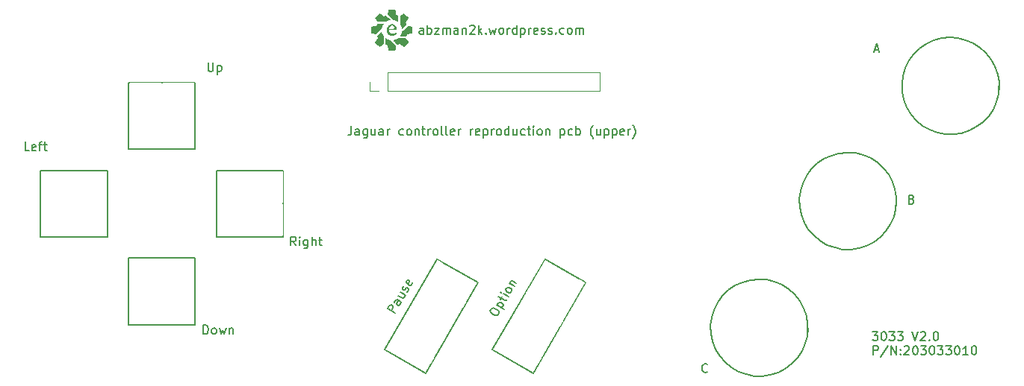
<source format=gto>
%TF.GenerationSoftware,KiCad,Pcbnew,(6.0.0)*%
%TF.CreationDate,2022-03-13T17:56:51-04:00*%
%TF.ProjectId,jaguar controller top pcb,6a616775-6172-4206-936f-6e74726f6c6c,rev?*%
%TF.SameCoordinates,Original*%
%TF.FileFunction,Legend,Top*%
%TF.FilePolarity,Positive*%
%FSLAX46Y46*%
G04 Gerber Fmt 4.6, Leading zero omitted, Abs format (unit mm)*
G04 Created by KiCad (PCBNEW (6.0.0)) date 2022-03-13 17:56:51*
%MOMM*%
%LPD*%
G01*
G04 APERTURE LIST*
G04 Aperture macros list*
%AMRoundRect*
0 Rectangle with rounded corners*
0 $1 Rounding radius*
0 $2 $3 $4 $5 $6 $7 $8 $9 X,Y pos of 4 corners*
0 Add a 4 corners polygon primitive as box body*
4,1,4,$2,$3,$4,$5,$6,$7,$8,$9,$2,$3,0*
0 Add four circle primitives for the rounded corners*
1,1,$1+$1,$2,$3*
1,1,$1+$1,$4,$5*
1,1,$1+$1,$6,$7*
1,1,$1+$1,$8,$9*
0 Add four rect primitives between the rounded corners*
20,1,$1+$1,$2,$3,$4,$5,0*
20,1,$1+$1,$4,$5,$6,$7,0*
20,1,$1+$1,$6,$7,$8,$9,0*
20,1,$1+$1,$8,$9,$2,$3,0*%
%AMRotRect*
0 Rectangle, with rotation*
0 The origin of the aperture is its center*
0 $1 length*
0 $2 width*
0 $3 Rotation angle, in degrees counterclockwise*
0 Add horizontal line*
21,1,$1,$2,0,0,$3*%
G04 Aperture macros list end*
%ADD10C,0.150000*%
%ADD11C,0.120000*%
%ADD12O,7.082827X0.900000*%
%ADD13RotRect,0.900000X0.900000X209.345165*%
%ADD14RotRect,0.900000X0.900000X190.121977*%
%ADD15O,8.123471X0.900000*%
%ADD16RoundRect,0.225000X0.313578X-0.054024X0.054024X0.313578X-0.313578X0.054024X-0.054024X-0.313578X0*%
%ADD17RotRect,0.900000X0.900000X228.568352*%
%ADD18RotRect,0.900000X0.900000X142.064007*%
%ADD19O,9.063382X0.900000*%
%ADD20RotRect,0.900000X0.900000X151.675601*%
%ADD21O,3.810000X0.900000*%
%ADD22RotRect,0.900000X0.900000X132.452413*%
%ADD23RotRect,0.900000X0.900000X218.956759*%
%ADD24RotRect,0.900000X0.900000X199.733571*%
%ADD25RotRect,0.900000X0.900000X170.898789*%
%ADD26RotRect,0.900000X0.900000X161.287195*%
%ADD27RotRect,0.900000X0.900000X180.510383*%
%ADD28RotRect,0.900000X0.900000X54.774382*%
%ADD29RotRect,0.900000X0.900000X357.104818*%
%ADD30RotRect,0.900000X0.900000X25.939600*%
%ADD31RotRect,0.900000X0.900000X35.551194*%
%ADD32RotRect,0.900000X0.900000X328.270036*%
%ADD33O,4.997485X0.888414*%
%ADD34RotRect,0.900000X0.900000X16.328006*%
%ADD35RotRect,0.900000X0.900000X347.493224*%
%ADD36O,8.438907X0.900000*%
%ADD37RoundRect,0.225000X-0.317581X0.019808X-0.019808X-0.317581X0.317581X-0.019808X0.019808X0.317581X0*%
%ADD38RotRect,0.900000X0.900000X318.658442*%
%ADD39RotRect,0.900000X0.900000X337.881630*%
%ADD40RotRect,0.900000X0.900000X45.162788*%
%ADD41O,8.938889X0.900000*%
%ADD42RotRect,0.900000X0.900000X6.716412*%
%ADD43O,6.457911X0.900000*%
%ADD44R,3.650000X7.410000*%
%ADD45RotRect,3.970000X0.720000X150.000000*%
%ADD46RotRect,0.720000X11.720000X150.000000*%
%ADD47R,7.410000X3.650000*%
%ADD48R,1.350000X1.350000*%
%ADD49O,1.350000X1.350000*%
G04 APERTURE END LIST*
D10*
X40715019Y-14641580D02*
X40715019Y-15355866D01*
X40667400Y-15498723D01*
X40572161Y-15593961D01*
X40429304Y-15641580D01*
X40334066Y-15641580D01*
X41619780Y-15641580D02*
X41619780Y-15117771D01*
X41572161Y-15022533D01*
X41476923Y-14974914D01*
X41286447Y-14974914D01*
X41191209Y-15022533D01*
X41619780Y-15593961D02*
X41524542Y-15641580D01*
X41286447Y-15641580D01*
X41191209Y-15593961D01*
X41143590Y-15498723D01*
X41143590Y-15403485D01*
X41191209Y-15308247D01*
X41286447Y-15260628D01*
X41524542Y-15260628D01*
X41619780Y-15213009D01*
X42524542Y-14974914D02*
X42524542Y-15784438D01*
X42476923Y-15879676D01*
X42429304Y-15927295D01*
X42334066Y-15974914D01*
X42191209Y-15974914D01*
X42095971Y-15927295D01*
X42524542Y-15593961D02*
X42429304Y-15641580D01*
X42238828Y-15641580D01*
X42143590Y-15593961D01*
X42095971Y-15546342D01*
X42048352Y-15451104D01*
X42048352Y-15165390D01*
X42095971Y-15070152D01*
X42143590Y-15022533D01*
X42238828Y-14974914D01*
X42429304Y-14974914D01*
X42524542Y-15022533D01*
X43429304Y-14974914D02*
X43429304Y-15641580D01*
X43000733Y-14974914D02*
X43000733Y-15498723D01*
X43048352Y-15593961D01*
X43143590Y-15641580D01*
X43286447Y-15641580D01*
X43381685Y-15593961D01*
X43429304Y-15546342D01*
X44334066Y-15641580D02*
X44334066Y-15117771D01*
X44286447Y-15022533D01*
X44191209Y-14974914D01*
X44000733Y-14974914D01*
X43905495Y-15022533D01*
X44334066Y-15593961D02*
X44238828Y-15641580D01*
X44000733Y-15641580D01*
X43905495Y-15593961D01*
X43857876Y-15498723D01*
X43857876Y-15403485D01*
X43905495Y-15308247D01*
X44000733Y-15260628D01*
X44238828Y-15260628D01*
X44334066Y-15213009D01*
X44810257Y-15641580D02*
X44810257Y-14974914D01*
X44810257Y-15165390D02*
X44857876Y-15070152D01*
X44905495Y-15022533D01*
X45000733Y-14974914D01*
X45095971Y-14974914D01*
X46619780Y-15593961D02*
X46524542Y-15641580D01*
X46334066Y-15641580D01*
X46238828Y-15593961D01*
X46191209Y-15546342D01*
X46143590Y-15451104D01*
X46143590Y-15165390D01*
X46191209Y-15070152D01*
X46238828Y-15022533D01*
X46334066Y-14974914D01*
X46524542Y-14974914D01*
X46619780Y-15022533D01*
X47191209Y-15641580D02*
X47095971Y-15593961D01*
X47048352Y-15546342D01*
X47000733Y-15451104D01*
X47000733Y-15165390D01*
X47048352Y-15070152D01*
X47095971Y-15022533D01*
X47191209Y-14974914D01*
X47334066Y-14974914D01*
X47429304Y-15022533D01*
X47476923Y-15070152D01*
X47524542Y-15165390D01*
X47524542Y-15451104D01*
X47476923Y-15546342D01*
X47429304Y-15593961D01*
X47334066Y-15641580D01*
X47191209Y-15641580D01*
X47953114Y-14974914D02*
X47953114Y-15641580D01*
X47953114Y-15070152D02*
X48000733Y-15022533D01*
X48095971Y-14974914D01*
X48238828Y-14974914D01*
X48334066Y-15022533D01*
X48381685Y-15117771D01*
X48381685Y-15641580D01*
X48715019Y-14974914D02*
X49095971Y-14974914D01*
X48857876Y-14641580D02*
X48857876Y-15498723D01*
X48905495Y-15593961D01*
X49000733Y-15641580D01*
X49095971Y-15641580D01*
X49429304Y-15641580D02*
X49429304Y-14974914D01*
X49429304Y-15165390D02*
X49476923Y-15070152D01*
X49524542Y-15022533D01*
X49619780Y-14974914D01*
X49715019Y-14974914D01*
X50191209Y-15641580D02*
X50095971Y-15593961D01*
X50048352Y-15546342D01*
X50000733Y-15451104D01*
X50000733Y-15165390D01*
X50048352Y-15070152D01*
X50095971Y-15022533D01*
X50191209Y-14974914D01*
X50334066Y-14974914D01*
X50429304Y-15022533D01*
X50476923Y-15070152D01*
X50524542Y-15165390D01*
X50524542Y-15451104D01*
X50476923Y-15546342D01*
X50429304Y-15593961D01*
X50334066Y-15641580D01*
X50191209Y-15641580D01*
X51095971Y-15641580D02*
X51000733Y-15593961D01*
X50953114Y-15498723D01*
X50953114Y-14641580D01*
X51619780Y-15641580D02*
X51524542Y-15593961D01*
X51476923Y-15498723D01*
X51476923Y-14641580D01*
X52381685Y-15593961D02*
X52286447Y-15641580D01*
X52095971Y-15641580D01*
X52000733Y-15593961D01*
X51953114Y-15498723D01*
X51953114Y-15117771D01*
X52000733Y-15022533D01*
X52095971Y-14974914D01*
X52286447Y-14974914D01*
X52381685Y-15022533D01*
X52429304Y-15117771D01*
X52429304Y-15213009D01*
X51953114Y-15308247D01*
X52857876Y-15641580D02*
X52857876Y-14974914D01*
X52857876Y-15165390D02*
X52905495Y-15070152D01*
X52953114Y-15022533D01*
X53048352Y-14974914D01*
X53143590Y-14974914D01*
X54238828Y-15641580D02*
X54238828Y-14974914D01*
X54238828Y-15165390D02*
X54286447Y-15070152D01*
X54334066Y-15022533D01*
X54429304Y-14974914D01*
X54524542Y-14974914D01*
X55238828Y-15593961D02*
X55143590Y-15641580D01*
X54953114Y-15641580D01*
X54857876Y-15593961D01*
X54810257Y-15498723D01*
X54810257Y-15117771D01*
X54857876Y-15022533D01*
X54953114Y-14974914D01*
X55143590Y-14974914D01*
X55238828Y-15022533D01*
X55286447Y-15117771D01*
X55286447Y-15213009D01*
X54810257Y-15308247D01*
X55715019Y-14974914D02*
X55715019Y-15974914D01*
X55715019Y-15022533D02*
X55810257Y-14974914D01*
X56000733Y-14974914D01*
X56095971Y-15022533D01*
X56143590Y-15070152D01*
X56191209Y-15165390D01*
X56191209Y-15451104D01*
X56143590Y-15546342D01*
X56095971Y-15593961D01*
X56000733Y-15641580D01*
X55810257Y-15641580D01*
X55715019Y-15593961D01*
X56619780Y-15641580D02*
X56619780Y-14974914D01*
X56619780Y-15165390D02*
X56667400Y-15070152D01*
X56715019Y-15022533D01*
X56810257Y-14974914D01*
X56905495Y-14974914D01*
X57381685Y-15641580D02*
X57286447Y-15593961D01*
X57238828Y-15546342D01*
X57191209Y-15451104D01*
X57191209Y-15165390D01*
X57238828Y-15070152D01*
X57286447Y-15022533D01*
X57381685Y-14974914D01*
X57524542Y-14974914D01*
X57619780Y-15022533D01*
X57667400Y-15070152D01*
X57715019Y-15165390D01*
X57715019Y-15451104D01*
X57667400Y-15546342D01*
X57619780Y-15593961D01*
X57524542Y-15641580D01*
X57381685Y-15641580D01*
X58572161Y-15641580D02*
X58572161Y-14641580D01*
X58572161Y-15593961D02*
X58476923Y-15641580D01*
X58286447Y-15641580D01*
X58191209Y-15593961D01*
X58143590Y-15546342D01*
X58095971Y-15451104D01*
X58095971Y-15165390D01*
X58143590Y-15070152D01*
X58191209Y-15022533D01*
X58286447Y-14974914D01*
X58476923Y-14974914D01*
X58572161Y-15022533D01*
X59476923Y-14974914D02*
X59476923Y-15641580D01*
X59048352Y-14974914D02*
X59048352Y-15498723D01*
X59095971Y-15593961D01*
X59191209Y-15641580D01*
X59334066Y-15641580D01*
X59429304Y-15593961D01*
X59476923Y-15546342D01*
X60381685Y-15593961D02*
X60286447Y-15641580D01*
X60095971Y-15641580D01*
X60000733Y-15593961D01*
X59953114Y-15546342D01*
X59905495Y-15451104D01*
X59905495Y-15165390D01*
X59953114Y-15070152D01*
X60000733Y-15022533D01*
X60095971Y-14974914D01*
X60286447Y-14974914D01*
X60381685Y-15022533D01*
X60667400Y-14974914D02*
X61048352Y-14974914D01*
X60810257Y-14641580D02*
X60810257Y-15498723D01*
X60857876Y-15593961D01*
X60953114Y-15641580D01*
X61048352Y-15641580D01*
X61381685Y-15641580D02*
X61381685Y-14974914D01*
X61381685Y-14641580D02*
X61334066Y-14689200D01*
X61381685Y-14736819D01*
X61429304Y-14689200D01*
X61381685Y-14641580D01*
X61381685Y-14736819D01*
X62000733Y-15641580D02*
X61905495Y-15593961D01*
X61857876Y-15546342D01*
X61810257Y-15451104D01*
X61810257Y-15165390D01*
X61857876Y-15070152D01*
X61905495Y-15022533D01*
X62000733Y-14974914D01*
X62143590Y-14974914D01*
X62238828Y-15022533D01*
X62286447Y-15070152D01*
X62334066Y-15165390D01*
X62334066Y-15451104D01*
X62286447Y-15546342D01*
X62238828Y-15593961D01*
X62143590Y-15641580D01*
X62000733Y-15641580D01*
X62762638Y-14974914D02*
X62762638Y-15641580D01*
X62762638Y-15070152D02*
X62810257Y-15022533D01*
X62905495Y-14974914D01*
X63048352Y-14974914D01*
X63143590Y-15022533D01*
X63191209Y-15117771D01*
X63191209Y-15641580D01*
X64429304Y-14974914D02*
X64429304Y-15974914D01*
X64429304Y-15022533D02*
X64524542Y-14974914D01*
X64715019Y-14974914D01*
X64810257Y-15022533D01*
X64857876Y-15070152D01*
X64905495Y-15165390D01*
X64905495Y-15451104D01*
X64857876Y-15546342D01*
X64810257Y-15593961D01*
X64715019Y-15641580D01*
X64524542Y-15641580D01*
X64429304Y-15593961D01*
X65762638Y-15593961D02*
X65667399Y-15641580D01*
X65476923Y-15641580D01*
X65381685Y-15593961D01*
X65334066Y-15546342D01*
X65286447Y-15451104D01*
X65286447Y-15165390D01*
X65334066Y-15070152D01*
X65381685Y-15022533D01*
X65476923Y-14974914D01*
X65667399Y-14974914D01*
X65762638Y-15022533D01*
X66191209Y-15641580D02*
X66191209Y-14641580D01*
X66191209Y-15022533D02*
X66286447Y-14974914D01*
X66476923Y-14974914D01*
X66572161Y-15022533D01*
X66619780Y-15070152D01*
X66667399Y-15165390D01*
X66667399Y-15451104D01*
X66619780Y-15546342D01*
X66572161Y-15593961D01*
X66476923Y-15641580D01*
X66286447Y-15641580D01*
X66191209Y-15593961D01*
X68143590Y-16022533D02*
X68095971Y-15974914D01*
X68000733Y-15832057D01*
X67953114Y-15736819D01*
X67905495Y-15593961D01*
X67857876Y-15355866D01*
X67857876Y-15165390D01*
X67905495Y-14927295D01*
X67953114Y-14784438D01*
X68000733Y-14689200D01*
X68095971Y-14546342D01*
X68143590Y-14498723D01*
X68953114Y-14974914D02*
X68953114Y-15641580D01*
X68524542Y-14974914D02*
X68524542Y-15498723D01*
X68572161Y-15593961D01*
X68667399Y-15641580D01*
X68810257Y-15641580D01*
X68905495Y-15593961D01*
X68953114Y-15546342D01*
X69429304Y-14974914D02*
X69429304Y-15974914D01*
X69429304Y-15022533D02*
X69524542Y-14974914D01*
X69715019Y-14974914D01*
X69810257Y-15022533D01*
X69857876Y-15070152D01*
X69905495Y-15165390D01*
X69905495Y-15451104D01*
X69857876Y-15546342D01*
X69810257Y-15593961D01*
X69715019Y-15641580D01*
X69524542Y-15641580D01*
X69429304Y-15593961D01*
X70334066Y-14974914D02*
X70334066Y-15974914D01*
X70334066Y-15022533D02*
X70429304Y-14974914D01*
X70619780Y-14974914D01*
X70715019Y-15022533D01*
X70762638Y-15070152D01*
X70810257Y-15165390D01*
X70810257Y-15451104D01*
X70762638Y-15546342D01*
X70715019Y-15593961D01*
X70619780Y-15641580D01*
X70429304Y-15641580D01*
X70334066Y-15593961D01*
X71619780Y-15593961D02*
X71524542Y-15641580D01*
X71334066Y-15641580D01*
X71238828Y-15593961D01*
X71191209Y-15498723D01*
X71191209Y-15117771D01*
X71238828Y-15022533D01*
X71334066Y-14974914D01*
X71524542Y-14974914D01*
X71619780Y-15022533D01*
X71667399Y-15117771D01*
X71667399Y-15213009D01*
X71191209Y-15308247D01*
X72095971Y-15641580D02*
X72095971Y-14974914D01*
X72095971Y-15165390D02*
X72143590Y-15070152D01*
X72191209Y-15022533D01*
X72286447Y-14974914D01*
X72381685Y-14974914D01*
X72619780Y-16022533D02*
X72667399Y-15974914D01*
X72762638Y-15832057D01*
X72810257Y-15736819D01*
X72857876Y-15593961D01*
X72905495Y-15355866D01*
X72905495Y-15165390D01*
X72857876Y-14927295D01*
X72810257Y-14784438D01*
X72762638Y-14689200D01*
X72667399Y-14546342D01*
X72619780Y-14498723D01*
X99782957Y-37991980D02*
X100402004Y-37991980D01*
X100068671Y-38372933D01*
X100211528Y-38372933D01*
X100306766Y-38420552D01*
X100354385Y-38468171D01*
X100402004Y-38563409D01*
X100402004Y-38801504D01*
X100354385Y-38896742D01*
X100306766Y-38944361D01*
X100211528Y-38991980D01*
X99925814Y-38991980D01*
X99830576Y-38944361D01*
X99782957Y-38896742D01*
X101021052Y-37991980D02*
X101116290Y-37991980D01*
X101211528Y-38039600D01*
X101259147Y-38087219D01*
X101306766Y-38182457D01*
X101354385Y-38372933D01*
X101354385Y-38611028D01*
X101306766Y-38801504D01*
X101259147Y-38896742D01*
X101211528Y-38944361D01*
X101116290Y-38991980D01*
X101021052Y-38991980D01*
X100925814Y-38944361D01*
X100878195Y-38896742D01*
X100830576Y-38801504D01*
X100782957Y-38611028D01*
X100782957Y-38372933D01*
X100830576Y-38182457D01*
X100878195Y-38087219D01*
X100925814Y-38039600D01*
X101021052Y-37991980D01*
X101687719Y-37991980D02*
X102306766Y-37991980D01*
X101973433Y-38372933D01*
X102116290Y-38372933D01*
X102211528Y-38420552D01*
X102259147Y-38468171D01*
X102306766Y-38563409D01*
X102306766Y-38801504D01*
X102259147Y-38896742D01*
X102211528Y-38944361D01*
X102116290Y-38991980D01*
X101830576Y-38991980D01*
X101735338Y-38944361D01*
X101687719Y-38896742D01*
X102640100Y-37991980D02*
X103259147Y-37991980D01*
X102925814Y-38372933D01*
X103068671Y-38372933D01*
X103163909Y-38420552D01*
X103211528Y-38468171D01*
X103259147Y-38563409D01*
X103259147Y-38801504D01*
X103211528Y-38896742D01*
X103163909Y-38944361D01*
X103068671Y-38991980D01*
X102782957Y-38991980D01*
X102687719Y-38944361D01*
X102640100Y-38896742D01*
X104306766Y-37991980D02*
X104640100Y-38991980D01*
X104973433Y-37991980D01*
X105259147Y-38087219D02*
X105306766Y-38039600D01*
X105402004Y-37991980D01*
X105640100Y-37991980D01*
X105735338Y-38039600D01*
X105782957Y-38087219D01*
X105830576Y-38182457D01*
X105830576Y-38277695D01*
X105782957Y-38420552D01*
X105211528Y-38991980D01*
X105830576Y-38991980D01*
X106259147Y-38896742D02*
X106306766Y-38944361D01*
X106259147Y-38991980D01*
X106211528Y-38944361D01*
X106259147Y-38896742D01*
X106259147Y-38991980D01*
X106925814Y-37991980D02*
X107021052Y-37991980D01*
X107116290Y-38039600D01*
X107163909Y-38087219D01*
X107211528Y-38182457D01*
X107259147Y-38372933D01*
X107259147Y-38611028D01*
X107211528Y-38801504D01*
X107163909Y-38896742D01*
X107116290Y-38944361D01*
X107021052Y-38991980D01*
X106925814Y-38991980D01*
X106830576Y-38944361D01*
X106782957Y-38896742D01*
X106735338Y-38801504D01*
X106687719Y-38611028D01*
X106687719Y-38372933D01*
X106735338Y-38182457D01*
X106782957Y-38087219D01*
X106830576Y-38039600D01*
X106925814Y-37991980D01*
X99878195Y-40601980D02*
X99878195Y-39601980D01*
X100259147Y-39601980D01*
X100354385Y-39649600D01*
X100402004Y-39697219D01*
X100449623Y-39792457D01*
X100449623Y-39935314D01*
X100402004Y-40030552D01*
X100354385Y-40078171D01*
X100259147Y-40125790D01*
X99878195Y-40125790D01*
X101592480Y-39554361D02*
X100735338Y-40840076D01*
X101925814Y-40601980D02*
X101925814Y-39601980D01*
X102497242Y-40601980D01*
X102497242Y-39601980D01*
X102973433Y-40506742D02*
X103021052Y-40554361D01*
X102973433Y-40601980D01*
X102925814Y-40554361D01*
X102973433Y-40506742D01*
X102973433Y-40601980D01*
X102973433Y-39982933D02*
X103021052Y-40030552D01*
X102973433Y-40078171D01*
X102925814Y-40030552D01*
X102973433Y-39982933D01*
X102973433Y-40078171D01*
X103402004Y-39697219D02*
X103449623Y-39649600D01*
X103544861Y-39601980D01*
X103782957Y-39601980D01*
X103878195Y-39649600D01*
X103925814Y-39697219D01*
X103973433Y-39792457D01*
X103973433Y-39887695D01*
X103925814Y-40030552D01*
X103354385Y-40601980D01*
X103973433Y-40601980D01*
X104592480Y-39601980D02*
X104687719Y-39601980D01*
X104782957Y-39649600D01*
X104830576Y-39697219D01*
X104878195Y-39792457D01*
X104925814Y-39982933D01*
X104925814Y-40221028D01*
X104878195Y-40411504D01*
X104830576Y-40506742D01*
X104782957Y-40554361D01*
X104687719Y-40601980D01*
X104592480Y-40601980D01*
X104497242Y-40554361D01*
X104449623Y-40506742D01*
X104402004Y-40411504D01*
X104354385Y-40221028D01*
X104354385Y-39982933D01*
X104402004Y-39792457D01*
X104449623Y-39697219D01*
X104497242Y-39649600D01*
X104592480Y-39601980D01*
X105259147Y-39601980D02*
X105878195Y-39601980D01*
X105544861Y-39982933D01*
X105687719Y-39982933D01*
X105782957Y-40030552D01*
X105830576Y-40078171D01*
X105878195Y-40173409D01*
X105878195Y-40411504D01*
X105830576Y-40506742D01*
X105782957Y-40554361D01*
X105687719Y-40601980D01*
X105402004Y-40601980D01*
X105306766Y-40554361D01*
X105259147Y-40506742D01*
X106497242Y-39601980D02*
X106592480Y-39601980D01*
X106687719Y-39649600D01*
X106735338Y-39697219D01*
X106782957Y-39792457D01*
X106830576Y-39982933D01*
X106830576Y-40221028D01*
X106782957Y-40411504D01*
X106735338Y-40506742D01*
X106687719Y-40554361D01*
X106592480Y-40601980D01*
X106497242Y-40601980D01*
X106402004Y-40554361D01*
X106354385Y-40506742D01*
X106306766Y-40411504D01*
X106259147Y-40221028D01*
X106259147Y-39982933D01*
X106306766Y-39792457D01*
X106354385Y-39697219D01*
X106402004Y-39649600D01*
X106497242Y-39601980D01*
X107163909Y-39601980D02*
X107782957Y-39601980D01*
X107449623Y-39982933D01*
X107592480Y-39982933D01*
X107687719Y-40030552D01*
X107735338Y-40078171D01*
X107782957Y-40173409D01*
X107782957Y-40411504D01*
X107735338Y-40506742D01*
X107687719Y-40554361D01*
X107592480Y-40601980D01*
X107306766Y-40601980D01*
X107211528Y-40554361D01*
X107163909Y-40506742D01*
X108116290Y-39601980D02*
X108735338Y-39601980D01*
X108402004Y-39982933D01*
X108544861Y-39982933D01*
X108640100Y-40030552D01*
X108687719Y-40078171D01*
X108735338Y-40173409D01*
X108735338Y-40411504D01*
X108687719Y-40506742D01*
X108640100Y-40554361D01*
X108544861Y-40601980D01*
X108259147Y-40601980D01*
X108163909Y-40554361D01*
X108116290Y-40506742D01*
X109354385Y-39601980D02*
X109449623Y-39601980D01*
X109544861Y-39649600D01*
X109592480Y-39697219D01*
X109640100Y-39792457D01*
X109687719Y-39982933D01*
X109687719Y-40221028D01*
X109640100Y-40411504D01*
X109592480Y-40506742D01*
X109544861Y-40554361D01*
X109449623Y-40601980D01*
X109354385Y-40601980D01*
X109259147Y-40554361D01*
X109211528Y-40506742D01*
X109163909Y-40411504D01*
X109116290Y-40221028D01*
X109116290Y-39982933D01*
X109163909Y-39792457D01*
X109211528Y-39697219D01*
X109259147Y-39649600D01*
X109354385Y-39601980D01*
X110640100Y-40601980D02*
X110068671Y-40601980D01*
X110354385Y-40601980D02*
X110354385Y-39601980D01*
X110259147Y-39744838D01*
X110163909Y-39840076D01*
X110068671Y-39887695D01*
X111259147Y-39601980D02*
X111354385Y-39601980D01*
X111449623Y-39649600D01*
X111497242Y-39697219D01*
X111544861Y-39792457D01*
X111592480Y-39982933D01*
X111592480Y-40221028D01*
X111544861Y-40411504D01*
X111497242Y-40506742D01*
X111449623Y-40554361D01*
X111354385Y-40601980D01*
X111259147Y-40601980D01*
X111163909Y-40554361D01*
X111116290Y-40506742D01*
X111068671Y-40411504D01*
X111021052Y-40221028D01*
X111021052Y-39982933D01*
X111068671Y-39792457D01*
X111116290Y-39697219D01*
X111163909Y-39649600D01*
X111259147Y-39601980D01*
X48877057Y-4160780D02*
X48877057Y-3636971D01*
X48829438Y-3541733D01*
X48734200Y-3494114D01*
X48543723Y-3494114D01*
X48448485Y-3541733D01*
X48877057Y-4113161D02*
X48781819Y-4160780D01*
X48543723Y-4160780D01*
X48448485Y-4113161D01*
X48400866Y-4017923D01*
X48400866Y-3922685D01*
X48448485Y-3827447D01*
X48543723Y-3779828D01*
X48781819Y-3779828D01*
X48877057Y-3732209D01*
X49353247Y-4160780D02*
X49353247Y-3160780D01*
X49353247Y-3541733D02*
X49448485Y-3494114D01*
X49638961Y-3494114D01*
X49734200Y-3541733D01*
X49781819Y-3589352D01*
X49829438Y-3684590D01*
X49829438Y-3970304D01*
X49781819Y-4065542D01*
X49734200Y-4113161D01*
X49638961Y-4160780D01*
X49448485Y-4160780D01*
X49353247Y-4113161D01*
X50162771Y-3494114D02*
X50686580Y-3494114D01*
X50162771Y-4160780D01*
X50686580Y-4160780D01*
X51067533Y-4160780D02*
X51067533Y-3494114D01*
X51067533Y-3589352D02*
X51115152Y-3541733D01*
X51210390Y-3494114D01*
X51353247Y-3494114D01*
X51448485Y-3541733D01*
X51496104Y-3636971D01*
X51496104Y-4160780D01*
X51496104Y-3636971D02*
X51543723Y-3541733D01*
X51638961Y-3494114D01*
X51781819Y-3494114D01*
X51877057Y-3541733D01*
X51924676Y-3636971D01*
X51924676Y-4160780D01*
X52829438Y-4160780D02*
X52829438Y-3636971D01*
X52781819Y-3541733D01*
X52686580Y-3494114D01*
X52496104Y-3494114D01*
X52400866Y-3541733D01*
X52829438Y-4113161D02*
X52734200Y-4160780D01*
X52496104Y-4160780D01*
X52400866Y-4113161D01*
X52353247Y-4017923D01*
X52353247Y-3922685D01*
X52400866Y-3827447D01*
X52496104Y-3779828D01*
X52734200Y-3779828D01*
X52829438Y-3732209D01*
X53305628Y-3494114D02*
X53305628Y-4160780D01*
X53305628Y-3589352D02*
X53353247Y-3541733D01*
X53448485Y-3494114D01*
X53591342Y-3494114D01*
X53686580Y-3541733D01*
X53734200Y-3636971D01*
X53734200Y-4160780D01*
X54162771Y-3256019D02*
X54210390Y-3208400D01*
X54305628Y-3160780D01*
X54543723Y-3160780D01*
X54638961Y-3208400D01*
X54686580Y-3256019D01*
X54734200Y-3351257D01*
X54734200Y-3446495D01*
X54686580Y-3589352D01*
X54115152Y-4160780D01*
X54734200Y-4160780D01*
X55162771Y-4160780D02*
X55162771Y-3160780D01*
X55258009Y-3779828D02*
X55543723Y-4160780D01*
X55543723Y-3494114D02*
X55162771Y-3875066D01*
X55972295Y-4065542D02*
X56019914Y-4113161D01*
X55972295Y-4160780D01*
X55924676Y-4113161D01*
X55972295Y-4065542D01*
X55972295Y-4160780D01*
X56353247Y-3494114D02*
X56543723Y-4160780D01*
X56734200Y-3684590D01*
X56924676Y-4160780D01*
X57115152Y-3494114D01*
X57638961Y-4160780D02*
X57543723Y-4113161D01*
X57496104Y-4065542D01*
X57448485Y-3970304D01*
X57448485Y-3684590D01*
X57496104Y-3589352D01*
X57543723Y-3541733D01*
X57638961Y-3494114D01*
X57781819Y-3494114D01*
X57877057Y-3541733D01*
X57924676Y-3589352D01*
X57972295Y-3684590D01*
X57972295Y-3970304D01*
X57924676Y-4065542D01*
X57877057Y-4113161D01*
X57781819Y-4160780D01*
X57638961Y-4160780D01*
X58400866Y-4160780D02*
X58400866Y-3494114D01*
X58400866Y-3684590D02*
X58448485Y-3589352D01*
X58496104Y-3541733D01*
X58591342Y-3494114D01*
X58686580Y-3494114D01*
X59448485Y-4160780D02*
X59448485Y-3160780D01*
X59448485Y-4113161D02*
X59353247Y-4160780D01*
X59162771Y-4160780D01*
X59067533Y-4113161D01*
X59019914Y-4065542D01*
X58972295Y-3970304D01*
X58972295Y-3684590D01*
X59019914Y-3589352D01*
X59067533Y-3541733D01*
X59162771Y-3494114D01*
X59353247Y-3494114D01*
X59448485Y-3541733D01*
X59924676Y-3494114D02*
X59924676Y-4494114D01*
X59924676Y-3541733D02*
X60019914Y-3494114D01*
X60210390Y-3494114D01*
X60305628Y-3541733D01*
X60353247Y-3589352D01*
X60400866Y-3684590D01*
X60400866Y-3970304D01*
X60353247Y-4065542D01*
X60305628Y-4113161D01*
X60210390Y-4160780D01*
X60019914Y-4160780D01*
X59924676Y-4113161D01*
X60829438Y-4160780D02*
X60829438Y-3494114D01*
X60829438Y-3684590D02*
X60877057Y-3589352D01*
X60924676Y-3541733D01*
X61019914Y-3494114D01*
X61115152Y-3494114D01*
X61829438Y-4113161D02*
X61734200Y-4160780D01*
X61543723Y-4160780D01*
X61448485Y-4113161D01*
X61400866Y-4017923D01*
X61400866Y-3636971D01*
X61448485Y-3541733D01*
X61543723Y-3494114D01*
X61734200Y-3494114D01*
X61829438Y-3541733D01*
X61877057Y-3636971D01*
X61877057Y-3732209D01*
X61400866Y-3827447D01*
X62258009Y-4113161D02*
X62353247Y-4160780D01*
X62543723Y-4160780D01*
X62638961Y-4113161D01*
X62686580Y-4017923D01*
X62686580Y-3970304D01*
X62638961Y-3875066D01*
X62543723Y-3827447D01*
X62400866Y-3827447D01*
X62305628Y-3779828D01*
X62258009Y-3684590D01*
X62258009Y-3636971D01*
X62305628Y-3541733D01*
X62400866Y-3494114D01*
X62543723Y-3494114D01*
X62638961Y-3541733D01*
X63067533Y-4113161D02*
X63162771Y-4160780D01*
X63353247Y-4160780D01*
X63448485Y-4113161D01*
X63496104Y-4017923D01*
X63496104Y-3970304D01*
X63448485Y-3875066D01*
X63353247Y-3827447D01*
X63210390Y-3827447D01*
X63115152Y-3779828D01*
X63067533Y-3684590D01*
X63067533Y-3636971D01*
X63115152Y-3541733D01*
X63210390Y-3494114D01*
X63353247Y-3494114D01*
X63448485Y-3541733D01*
X63924676Y-4065542D02*
X63972295Y-4113161D01*
X63924676Y-4160780D01*
X63877057Y-4113161D01*
X63924676Y-4065542D01*
X63924676Y-4160780D01*
X64829438Y-4113161D02*
X64734200Y-4160780D01*
X64543723Y-4160780D01*
X64448485Y-4113161D01*
X64400866Y-4065542D01*
X64353247Y-3970304D01*
X64353247Y-3684590D01*
X64400866Y-3589352D01*
X64448485Y-3541733D01*
X64543723Y-3494114D01*
X64734200Y-3494114D01*
X64829438Y-3541733D01*
X65400866Y-4160780D02*
X65305628Y-4113161D01*
X65258009Y-4065542D01*
X65210390Y-3970304D01*
X65210390Y-3684590D01*
X65258009Y-3589352D01*
X65305628Y-3541733D01*
X65400866Y-3494114D01*
X65543723Y-3494114D01*
X65638961Y-3541733D01*
X65686580Y-3589352D01*
X65734200Y-3684590D01*
X65734200Y-3970304D01*
X65686580Y-4065542D01*
X65638961Y-4113161D01*
X65543723Y-4160780D01*
X65400866Y-4160780D01*
X66162771Y-4160780D02*
X66162771Y-3494114D01*
X66162771Y-3589352D02*
X66210390Y-3541733D01*
X66305628Y-3494114D01*
X66448485Y-3494114D01*
X66543723Y-3541733D01*
X66591342Y-3636971D01*
X66591342Y-4160780D01*
X66591342Y-3636971D02*
X66638961Y-3541733D01*
X66734200Y-3494114D01*
X66877057Y-3494114D01*
X66972295Y-3541733D01*
X67019914Y-3636971D01*
X67019914Y-4160780D01*
%TO.C,SW7*%
X81081523Y-42521142D02*
X81033904Y-42568761D01*
X80891047Y-42616380D01*
X80795809Y-42616380D01*
X80652952Y-42568761D01*
X80557714Y-42473523D01*
X80510095Y-42378285D01*
X80462476Y-42187809D01*
X80462476Y-42044952D01*
X80510095Y-41854476D01*
X80557714Y-41759238D01*
X80652952Y-41664000D01*
X80795809Y-41616380D01*
X80891047Y-41616380D01*
X81033904Y-41664000D01*
X81081523Y-41711619D01*
%TO.C,SW3*%
X23938123Y-38247580D02*
X23938123Y-37247580D01*
X24176219Y-37247580D01*
X24319076Y-37295200D01*
X24414314Y-37390438D01*
X24461933Y-37485676D01*
X24509552Y-37676152D01*
X24509552Y-37819009D01*
X24461933Y-38009485D01*
X24414314Y-38104723D01*
X24319076Y-38199961D01*
X24176219Y-38247580D01*
X23938123Y-38247580D01*
X25080980Y-38247580D02*
X24985742Y-38199961D01*
X24938123Y-38152342D01*
X24890504Y-38057104D01*
X24890504Y-37771390D01*
X24938123Y-37676152D01*
X24985742Y-37628533D01*
X25080980Y-37580914D01*
X25223838Y-37580914D01*
X25319076Y-37628533D01*
X25366695Y-37676152D01*
X25414314Y-37771390D01*
X25414314Y-38057104D01*
X25366695Y-38152342D01*
X25319076Y-38199961D01*
X25223838Y-38247580D01*
X25080980Y-38247580D01*
X25747647Y-37580914D02*
X25938123Y-38247580D01*
X26128600Y-37771390D01*
X26319076Y-38247580D01*
X26509552Y-37580914D01*
X26890504Y-37580914D02*
X26890504Y-38247580D01*
X26890504Y-37676152D02*
X26938123Y-37628533D01*
X27033361Y-37580914D01*
X27176219Y-37580914D01*
X27271457Y-37628533D01*
X27319076Y-37723771D01*
X27319076Y-38247580D01*
%TO.C,SW5*%
X45670572Y-35867241D02*
X44804546Y-35367241D01*
X44995023Y-35037326D01*
X45083881Y-34978657D01*
X45148930Y-34961227D01*
X45255218Y-34967607D01*
X45378936Y-35039036D01*
X45437605Y-35127894D01*
X45455035Y-35192943D01*
X45448655Y-35299231D01*
X45258179Y-35629146D01*
X46384858Y-34630062D02*
X45931225Y-34368157D01*
X45824937Y-34361777D01*
X45736079Y-34420446D01*
X45640841Y-34585403D01*
X45634461Y-34691692D01*
X46343618Y-34606252D02*
X46337239Y-34712540D01*
X46218191Y-34918737D01*
X46129333Y-34977406D01*
X46023044Y-34971026D01*
X45940566Y-34923407D01*
X45881897Y-34834549D01*
X45888277Y-34728261D01*
X46007324Y-34522064D01*
X46013704Y-34415776D01*
X46259888Y-33513182D02*
X46837239Y-33846515D01*
X46045603Y-33884335D02*
X46499235Y-34146240D01*
X46605523Y-34152620D01*
X46694381Y-34093951D01*
X46765810Y-33970233D01*
X46772190Y-33863945D01*
X46754760Y-33798896D01*
X47010285Y-33451552D02*
X47099143Y-33392882D01*
X47194381Y-33227925D01*
X47200761Y-33121637D01*
X47142092Y-33032779D01*
X47100853Y-33008969D01*
X46994565Y-33002590D01*
X46905706Y-33061259D01*
X46834278Y-33184977D01*
X46745419Y-33243646D01*
X46639131Y-33237266D01*
X46597892Y-33213456D01*
X46539223Y-33124598D01*
X46545603Y-33018310D01*
X46617031Y-32894592D01*
X46705890Y-32835923D01*
X47629333Y-32379330D02*
X47622953Y-32485618D01*
X47527715Y-32650575D01*
X47438856Y-32709244D01*
X47332568Y-32702864D01*
X47002654Y-32512388D01*
X46943985Y-32423530D01*
X46950364Y-32317242D01*
X47045603Y-32152284D01*
X47134461Y-32093615D01*
X47240749Y-32099995D01*
X47323228Y-32147614D01*
X47167611Y-32607626D01*
%TO.C,SW9*%
X100015704Y-5957866D02*
X100491895Y-5957866D01*
X99920466Y-6243580D02*
X100253800Y-5243580D01*
X100587133Y-6243580D01*
%TO.C,SW6*%
X56483652Y-35539421D02*
X56578890Y-35374464D01*
X56667749Y-35315795D01*
X56797846Y-35280935D01*
X56986613Y-35334934D01*
X57275288Y-35501601D01*
X57416436Y-35638078D01*
X57451295Y-35768176D01*
X57444916Y-35874464D01*
X57349678Y-36039421D01*
X57260819Y-36098090D01*
X57130722Y-36132950D01*
X56941955Y-36078951D01*
X56653280Y-35912284D01*
X56512132Y-35775807D01*
X56477273Y-35645709D01*
X56483652Y-35539421D01*
X57200899Y-34963780D02*
X58066924Y-35463780D01*
X57242138Y-34987590D02*
X57248518Y-34881302D01*
X57343756Y-34716344D01*
X57432614Y-34657675D01*
X57497663Y-34640246D01*
X57603951Y-34646625D01*
X57851387Y-34789482D01*
X57910056Y-34878341D01*
X57927486Y-34943390D01*
X57921106Y-35049678D01*
X57825868Y-35214635D01*
X57737010Y-35273304D01*
X57581851Y-34303951D02*
X57772327Y-33974037D01*
X57364605Y-34013567D02*
X58106912Y-34442138D01*
X58213200Y-34448518D01*
X58302059Y-34389849D01*
X58349678Y-34307370D01*
X58516344Y-34018695D02*
X57938994Y-33685362D01*
X57650319Y-33518695D02*
X57667749Y-33583744D01*
X57732798Y-33566314D01*
X57715368Y-33501265D01*
X57650319Y-33518695D01*
X57732798Y-33566314D01*
X58825868Y-33482584D02*
X58737010Y-33541253D01*
X58671961Y-33558683D01*
X58565673Y-33552303D01*
X58318237Y-33409446D01*
X58259568Y-33320588D01*
X58242138Y-33255539D01*
X58248518Y-33149251D01*
X58319946Y-33025533D01*
X58408805Y-32966864D01*
X58473854Y-32949434D01*
X58580142Y-32955814D01*
X58827578Y-33098671D01*
X58886247Y-33187529D01*
X58903676Y-33252578D01*
X58897297Y-33358866D01*
X58825868Y-33482584D01*
X58629470Y-32489422D02*
X59206821Y-32822755D01*
X58711949Y-32537041D02*
X58694519Y-32471992D01*
X58700899Y-32365704D01*
X58772327Y-32241986D01*
X58861186Y-32183317D01*
X58967474Y-32189697D01*
X59421106Y-32451602D01*
%TO.C,SW1*%
X4211723Y-17419580D02*
X3735533Y-17419580D01*
X3735533Y-16419580D01*
X4926009Y-17371961D02*
X4830771Y-17419580D01*
X4640295Y-17419580D01*
X4545057Y-17371961D01*
X4497438Y-17276723D01*
X4497438Y-16895771D01*
X4545057Y-16800533D01*
X4640295Y-16752914D01*
X4830771Y-16752914D01*
X4926009Y-16800533D01*
X4973628Y-16895771D01*
X4973628Y-16991009D01*
X4497438Y-17086247D01*
X5259342Y-16752914D02*
X5640295Y-16752914D01*
X5402200Y-17419580D02*
X5402200Y-16562438D01*
X5449819Y-16467200D01*
X5545057Y-16419580D01*
X5640295Y-16419580D01*
X5830771Y-16752914D02*
X6211723Y-16752914D01*
X5973628Y-16419580D02*
X5973628Y-17276723D01*
X6021247Y-17371961D01*
X6116485Y-17419580D01*
X6211723Y-17419580D01*
%TO.C,SW2*%
X24484104Y-7402580D02*
X24484104Y-8212104D01*
X24531723Y-8307342D01*
X24579342Y-8354961D01*
X24674580Y-8402580D01*
X24865057Y-8402580D01*
X24960295Y-8354961D01*
X25007914Y-8307342D01*
X25055533Y-8212104D01*
X25055533Y-7402580D01*
X25531723Y-7735914D02*
X25531723Y-8735914D01*
X25531723Y-7783533D02*
X25626961Y-7735914D01*
X25817438Y-7735914D01*
X25912676Y-7783533D01*
X25960295Y-7831152D01*
X26007914Y-7926390D01*
X26007914Y-8212104D01*
X25960295Y-8307342D01*
X25912676Y-8354961D01*
X25817438Y-8402580D01*
X25626961Y-8402580D01*
X25531723Y-8354961D01*
%TO.C,SW4*%
X34440952Y-28189180D02*
X34107619Y-27712990D01*
X33869523Y-28189180D02*
X33869523Y-27189180D01*
X34250476Y-27189180D01*
X34345714Y-27236800D01*
X34393333Y-27284419D01*
X34440952Y-27379657D01*
X34440952Y-27522514D01*
X34393333Y-27617752D01*
X34345714Y-27665371D01*
X34250476Y-27712990D01*
X33869523Y-27712990D01*
X34869523Y-28189180D02*
X34869523Y-27522514D01*
X34869523Y-27189180D02*
X34821904Y-27236800D01*
X34869523Y-27284419D01*
X34917142Y-27236800D01*
X34869523Y-27189180D01*
X34869523Y-27284419D01*
X35774285Y-27522514D02*
X35774285Y-28332038D01*
X35726666Y-28427276D01*
X35679047Y-28474895D01*
X35583809Y-28522514D01*
X35440952Y-28522514D01*
X35345714Y-28474895D01*
X35774285Y-28141561D02*
X35679047Y-28189180D01*
X35488571Y-28189180D01*
X35393333Y-28141561D01*
X35345714Y-28093942D01*
X35298095Y-27998704D01*
X35298095Y-27712990D01*
X35345714Y-27617752D01*
X35393333Y-27570133D01*
X35488571Y-27522514D01*
X35679047Y-27522514D01*
X35774285Y-27570133D01*
X36250476Y-28189180D02*
X36250476Y-27189180D01*
X36679047Y-28189180D02*
X36679047Y-27665371D01*
X36631428Y-27570133D01*
X36536190Y-27522514D01*
X36393333Y-27522514D01*
X36298095Y-27570133D01*
X36250476Y-27617752D01*
X37012380Y-27522514D02*
X37393333Y-27522514D01*
X37155238Y-27189180D02*
X37155238Y-28046323D01*
X37202857Y-28141561D01*
X37298095Y-28189180D01*
X37393333Y-28189180D01*
%TO.C,SW8*%
X104236828Y-22940971D02*
X104379685Y-22988590D01*
X104427304Y-23036209D01*
X104474923Y-23131447D01*
X104474923Y-23274304D01*
X104427304Y-23369542D01*
X104379685Y-23417161D01*
X104284447Y-23464780D01*
X103903495Y-23464780D01*
X103903495Y-22464780D01*
X104236828Y-22464780D01*
X104332066Y-22512400D01*
X104379685Y-22560019D01*
X104427304Y-22655257D01*
X104427304Y-22750495D01*
X104379685Y-22845733D01*
X104332066Y-22893352D01*
X104236828Y-22940971D01*
X103903495Y-22940971D01*
%TO.C,SW7*%
X87797649Y-32078985D02*
X88696037Y-32295366D01*
X87296265Y-43034738D02*
X86372429Y-43013610D01*
X90322739Y-33158821D02*
X91005382Y-33781653D01*
X81840957Y-35478022D02*
X82255432Y-34652109D01*
X85956205Y-32107121D02*
X86875745Y-32015644D01*
X88210661Y-42901319D02*
X87296265Y-43034738D01*
X82488453Y-40758078D02*
X82012237Y-39966156D01*
X81674931Y-39105839D02*
X81486007Y-38201279D01*
X92475000Y-37530000D02*
X92397581Y-38450829D01*
X92311585Y-36197425D02*
X92458959Y-37109676D01*
X86372429Y-43013610D02*
X85465088Y-42838527D01*
X86875745Y-32015644D02*
X87797649Y-32078985D01*
X85064848Y-32350848D02*
X85956205Y-32107121D01*
X82801990Y-33906995D02*
X83465286Y-33263598D01*
X91791217Y-40189804D02*
X91279295Y-40959127D01*
X91005382Y-33781653D02*
X91574449Y-34509722D01*
X84226697Y-32739982D02*
X85064848Y-32350848D01*
X91279295Y-40959127D02*
X90646106Y-41632175D01*
X89545685Y-32658712D02*
X90322739Y-33158821D01*
X83800613Y-42050342D02*
X83090210Y-41459369D01*
X82255432Y-34652109D02*
X82801990Y-33906995D01*
X83090210Y-41459369D02*
X82488453Y-40758078D01*
X82012237Y-39966156D02*
X81674931Y-39105839D01*
X89089944Y-42617097D02*
X88210661Y-42901319D01*
X85465088Y-42838527D02*
X84599717Y-42514404D01*
X89909429Y-42190052D02*
X89089944Y-42617097D01*
X92013963Y-35322586D02*
X92311585Y-36197425D01*
X91574449Y-34509722D02*
X92013963Y-35322586D01*
X90646106Y-41632175D02*
X89909429Y-42190052D01*
X92458959Y-37109676D02*
X92451947Y-38033727D01*
X83465286Y-33263598D02*
X84226697Y-32739982D01*
X92397581Y-38450829D02*
X92167501Y-39345807D01*
X81570201Y-36361545D02*
X81840957Y-35478022D01*
X88696037Y-32295366D02*
X89545685Y-32658712D01*
X92167501Y-39345807D02*
X91791217Y-40189804D01*
X92475000Y-37530000D02*
X92475000Y-37530000D01*
X81450767Y-37277873D02*
X81570201Y-36361545D01*
X81486007Y-38201279D02*
X81450767Y-37277873D01*
X84599717Y-42514404D02*
X83800613Y-42050342D01*
%TO.C,SW3*%
X15470000Y-37180000D02*
X15470000Y-29620000D01*
X23030000Y-29620000D02*
X23030000Y-37180000D01*
X15470000Y-29620000D02*
X23030000Y-29620000D01*
X23030000Y-37180000D02*
X15470000Y-37180000D01*
%TO.C,SW5*%
X49144788Y-42684861D02*
X55079788Y-32405139D01*
X55079788Y-32405139D02*
X50455212Y-29735139D01*
X44520212Y-40014861D02*
X49144788Y-42684861D01*
X50455212Y-29735139D02*
X44520212Y-40014861D01*
%TO.C,SW9*%
X114155000Y-10070000D02*
X114155000Y-10070000D01*
X113693963Y-7862586D02*
X113991585Y-8737425D01*
X114155000Y-10070000D02*
X114077581Y-10990829D01*
X110376037Y-4835366D02*
X111225685Y-5198712D01*
X105145286Y-5803598D02*
X105906697Y-5279982D01*
X103166007Y-10741279D02*
X103130767Y-9817873D01*
X106744848Y-4890848D02*
X107636205Y-4647121D01*
X108555745Y-4555644D02*
X109477649Y-4618985D01*
X103354931Y-11645839D02*
X103166007Y-10741279D01*
X109477649Y-4618985D02*
X110376037Y-4835366D01*
X112685382Y-6321653D02*
X113254449Y-7049722D01*
X103130767Y-9817873D02*
X103250201Y-8901545D01*
X113471217Y-12729804D02*
X112959295Y-13499127D01*
X103520957Y-8018022D02*
X103935432Y-7192109D01*
X104770210Y-13999369D02*
X104168453Y-13298078D01*
X114077581Y-10990829D02*
X113847501Y-11885807D01*
X113847501Y-11885807D02*
X113471217Y-12729804D01*
X114138959Y-9649676D02*
X114131947Y-10573727D01*
X112002739Y-5698821D02*
X112685382Y-6321653D01*
X108052429Y-15553610D02*
X107145088Y-15378527D01*
X106279717Y-15054404D02*
X105480613Y-14590342D01*
X108976265Y-15574738D02*
X108052429Y-15553610D01*
X104481990Y-6446995D02*
X105145286Y-5803598D01*
X109890661Y-15441319D02*
X108976265Y-15574738D01*
X103692237Y-12506156D02*
X103354931Y-11645839D01*
X104168453Y-13298078D02*
X103692237Y-12506156D01*
X111225685Y-5198712D02*
X112002739Y-5698821D01*
X113254449Y-7049722D02*
X113693963Y-7862586D01*
X112326106Y-14172175D02*
X111589429Y-14730052D01*
X107145088Y-15378527D02*
X106279717Y-15054404D01*
X107636205Y-4647121D02*
X108555745Y-4555644D01*
X105480613Y-14590342D02*
X104770210Y-13999369D01*
X112959295Y-13499127D02*
X112326106Y-14172175D01*
X110769944Y-15157097D02*
X109890661Y-15441319D01*
X103935432Y-7192109D02*
X104481990Y-6446995D01*
X103250201Y-8901545D02*
X103520957Y-8018022D01*
X105906697Y-5279982D02*
X106744848Y-4890848D01*
X113991585Y-8737425D02*
X114138959Y-9649676D01*
X111589429Y-14730052D02*
X110769944Y-15157097D01*
%TO.C,SW6*%
X62665212Y-29735139D02*
X56730212Y-40014861D01*
X61354788Y-42684861D02*
X67289788Y-32405139D01*
X56730212Y-40014861D02*
X61354788Y-42684861D01*
X67289788Y-32405139D02*
X62665212Y-29735139D01*
%TO.C,SW1*%
X13060000Y-19650000D02*
X13060000Y-27210000D01*
X5500000Y-19650000D02*
X13060000Y-19650000D01*
X13060000Y-27210000D02*
X5500000Y-27210000D01*
X5500000Y-27210000D02*
X5500000Y-19650000D01*
%TO.C,SW2*%
X15470000Y-9680000D02*
X23030000Y-9680000D01*
X23030000Y-9680000D02*
X23030000Y-17240000D01*
X15470000Y-17240000D02*
X15470000Y-9680000D01*
X23030000Y-17240000D02*
X15470000Y-17240000D01*
%TO.C,SW4*%
X33000000Y-19650000D02*
X33000000Y-27210000D01*
X25440000Y-27210000D02*
X25440000Y-19650000D01*
X25440000Y-19650000D02*
X33000000Y-19650000D01*
X33000000Y-27210000D02*
X25440000Y-27210000D01*
%TO.C,SW8*%
X102525000Y-23140000D02*
X102525000Y-23140000D01*
X91536007Y-23811279D02*
X91500767Y-22887873D01*
X102361585Y-21807425D02*
X102508959Y-22719676D01*
X92062237Y-25576156D02*
X91724931Y-24715839D01*
X98260661Y-28511319D02*
X97346265Y-28644738D01*
X93515286Y-18873598D02*
X94276697Y-18349982D01*
X102525000Y-23140000D02*
X102447581Y-24060829D01*
X91620201Y-21971545D02*
X91890957Y-21088022D01*
X96422429Y-28623610D02*
X95515088Y-28448527D01*
X95515088Y-28448527D02*
X94649717Y-28124404D01*
X92305432Y-20262109D02*
X92851990Y-19516995D01*
X102447581Y-24060829D02*
X102217501Y-24955807D01*
X100372739Y-18768821D02*
X101055382Y-19391653D01*
X92538453Y-26368078D02*
X92062237Y-25576156D01*
X91500767Y-22887873D02*
X91620201Y-21971545D01*
X102217501Y-24955807D02*
X101841217Y-25799804D01*
X98746037Y-17905366D02*
X99595685Y-18268712D01*
X93850613Y-27660342D02*
X93140210Y-27069369D01*
X94649717Y-28124404D02*
X93850613Y-27660342D01*
X101329295Y-26569127D02*
X100696106Y-27242175D01*
X101841217Y-25799804D02*
X101329295Y-26569127D01*
X91724931Y-24715839D02*
X91536007Y-23811279D01*
X97847649Y-17688985D02*
X98746037Y-17905366D01*
X96925745Y-17625644D02*
X97847649Y-17688985D01*
X96006205Y-17717121D02*
X96925745Y-17625644D01*
X92851990Y-19516995D02*
X93515286Y-18873598D01*
X102063963Y-20932586D02*
X102361585Y-21807425D01*
X93140210Y-27069369D02*
X92538453Y-26368078D01*
X101624449Y-20119722D02*
X102063963Y-20932586D01*
X95114848Y-17960848D02*
X96006205Y-17717121D01*
X94276697Y-18349982D02*
X95114848Y-17960848D01*
X100696106Y-27242175D02*
X99959429Y-27800052D01*
X102508959Y-22719676D02*
X102501947Y-23643727D01*
X99959429Y-27800052D02*
X99139944Y-28227097D01*
X97346265Y-28644738D02*
X96422429Y-28623610D01*
X99139944Y-28227097D02*
X98260661Y-28511319D01*
X91890957Y-21088022D02*
X92305432Y-20262109D01*
X101055382Y-19391653D02*
X101624449Y-20119722D01*
X99595685Y-18268712D02*
X100372739Y-18768821D01*
%TO.C,G\u002A\u002A\u002A*%
G36*
X46968986Y-2060744D02*
G01*
X47035012Y-2127091D01*
X47093250Y-2186314D01*
X47142959Y-2237628D01*
X47183398Y-2280250D01*
X47213826Y-2313393D01*
X47233501Y-2336275D01*
X47241681Y-2348109D01*
X47241757Y-2349426D01*
X47234159Y-2359055D01*
X47217629Y-2379771D01*
X47194123Y-2409135D01*
X47165599Y-2444713D01*
X47134013Y-2484068D01*
X47101323Y-2524763D01*
X47069485Y-2564362D01*
X47040457Y-2600429D01*
X47016195Y-2630528D01*
X46998656Y-2652221D01*
X46990363Y-2662395D01*
X46978805Y-2676579D01*
X46959596Y-2700374D01*
X46935922Y-2729826D01*
X46921903Y-2747317D01*
X46867834Y-2814847D01*
X46914328Y-2907881D01*
X46933911Y-2947876D01*
X46951617Y-2985503D01*
X46965341Y-3016204D01*
X46972410Y-3033741D01*
X46983997Y-3066566D01*
X46732638Y-3318037D01*
X46678243Y-3372323D01*
X46627623Y-3422585D01*
X46582096Y-3467533D01*
X46542981Y-3505878D01*
X46511593Y-3536331D01*
X46489252Y-3557602D01*
X46477274Y-3568403D01*
X46475641Y-3569508D01*
X46468118Y-3562624D01*
X46464734Y-3555776D01*
X46460358Y-3535765D01*
X46459465Y-3522688D01*
X46456787Y-3500538D01*
X46449534Y-3466375D01*
X46438875Y-3424570D01*
X46425981Y-3379492D01*
X46412020Y-3335513D01*
X46401129Y-3304743D01*
X46370699Y-3230607D01*
X46337124Y-3163971D01*
X46297588Y-3098304D01*
X46259807Y-3039438D01*
X46259807Y-2130295D01*
X46288447Y-2105523D01*
X46313712Y-2084179D01*
X46342446Y-2060597D01*
X46351383Y-2053418D01*
X46368258Y-2039904D01*
X46396117Y-2017519D01*
X46432434Y-1988296D01*
X46474681Y-1954270D01*
X46520333Y-1917473D01*
X46537498Y-1903630D01*
X46689317Y-1781174D01*
X46968986Y-2060744D01*
G37*
G36*
X46451651Y-4646337D02*
G01*
X46897845Y-4646747D01*
X46936909Y-4696043D01*
X46958561Y-4723286D01*
X46977767Y-4747310D01*
X46990363Y-4762908D01*
X47001477Y-4776610D01*
X47020748Y-4800500D01*
X47046240Y-4832169D01*
X47076018Y-4869206D01*
X47108147Y-4909201D01*
X47140693Y-4949744D01*
X47171721Y-4988425D01*
X47199296Y-5022834D01*
X47221483Y-5050560D01*
X47236346Y-5069194D01*
X47241757Y-5076056D01*
X47237364Y-5084235D01*
X47221243Y-5103709D01*
X47194134Y-5133694D01*
X47156779Y-5173404D01*
X47109920Y-5222055D01*
X47054297Y-5278863D01*
X46990653Y-5343043D01*
X46968986Y-5364737D01*
X46689317Y-5644308D01*
X46537498Y-5521999D01*
X46492522Y-5485747D01*
X46451253Y-5452446D01*
X46415906Y-5423886D01*
X46388694Y-5401856D01*
X46371831Y-5388145D01*
X46368286Y-5385232D01*
X46354108Y-5373649D01*
X46330312Y-5354416D01*
X46300848Y-5330718D01*
X46283247Y-5316608D01*
X46215600Y-5262445D01*
X46140044Y-5300726D01*
X46100114Y-5320584D01*
X46059180Y-5340328D01*
X46024201Y-5356620D01*
X46014420Y-5360991D01*
X45964351Y-5382975D01*
X45707607Y-5126669D01*
X45652877Y-5071848D01*
X45602322Y-5020851D01*
X45557195Y-4974968D01*
X45518746Y-4935490D01*
X45488230Y-4903704D01*
X45466897Y-4880903D01*
X45456002Y-4868376D01*
X45454869Y-4866357D01*
X45464887Y-4863024D01*
X45487111Y-4858260D01*
X45514279Y-4853502D01*
X45643593Y-4824151D01*
X45770778Y-4777930D01*
X45894633Y-4715305D01*
X45939485Y-4688001D01*
X46005458Y-4645926D01*
X46451651Y-4646337D01*
G37*
G36*
X44165935Y-3854927D02*
G01*
X44171014Y-3873866D01*
X44172058Y-3879846D01*
X44200190Y-4011815D01*
X44241831Y-4138060D01*
X44295855Y-4255538D01*
X44337790Y-4326862D01*
X44376075Y-4386044D01*
X44376075Y-5295187D01*
X44347434Y-5319958D01*
X44322152Y-5341302D01*
X44293404Y-5364859D01*
X44284498Y-5371995D01*
X44267301Y-5385731D01*
X44239225Y-5408227D01*
X44202917Y-5437361D01*
X44161024Y-5471007D01*
X44116193Y-5507043D01*
X44106970Y-5514460D01*
X44063903Y-5549079D01*
X44025148Y-5580193D01*
X43992845Y-5606090D01*
X43969129Y-5625057D01*
X43956139Y-5635381D01*
X43954626Y-5636557D01*
X43946447Y-5632164D01*
X43926972Y-5616043D01*
X43896988Y-5588934D01*
X43857278Y-5551579D01*
X43808626Y-5504720D01*
X43751818Y-5449097D01*
X43687638Y-5385453D01*
X43665944Y-5363786D01*
X43386374Y-5084117D01*
X43508682Y-4932298D01*
X43544935Y-4887322D01*
X43578236Y-4846053D01*
X43606796Y-4810706D01*
X43628826Y-4783494D01*
X43642536Y-4766631D01*
X43645450Y-4763086D01*
X43657033Y-4748908D01*
X43676266Y-4725112D01*
X43699963Y-4695648D01*
X43714073Y-4678047D01*
X43768237Y-4610400D01*
X43729955Y-4534844D01*
X43709961Y-4494617D01*
X43689956Y-4453096D01*
X43673346Y-4417389D01*
X43668964Y-4407576D01*
X43646253Y-4355863D01*
X43900429Y-4101578D01*
X43955154Y-4046973D01*
X44006131Y-3996387D01*
X44052045Y-3951102D01*
X44091585Y-3912399D01*
X44123436Y-3881563D01*
X44146287Y-3859874D01*
X44158824Y-3848616D01*
X44160777Y-3847293D01*
X44165935Y-3854927D01*
G37*
G36*
X47141743Y-3260976D02*
G01*
X47171568Y-3264282D01*
X47212741Y-3268942D01*
X47259370Y-3274285D01*
X47297162Y-3278661D01*
X47350868Y-3284758D01*
X47410655Y-3291302D01*
X47467569Y-3297322D01*
X47496820Y-3300300D01*
X47539485Y-3304687D01*
X47579118Y-3309003D01*
X47610467Y-3312665D01*
X47624861Y-3314552D01*
X47657414Y-3319291D01*
X47657414Y-4106191D01*
X47624861Y-4110929D01*
X47602630Y-4113764D01*
X47568368Y-4117666D01*
X47527327Y-4122054D01*
X47496820Y-4125157D01*
X47444912Y-4130549D01*
X47385264Y-4137105D01*
X47327353Y-4143769D01*
X47301502Y-4146875D01*
X47251443Y-4152673D01*
X47197969Y-4158328D01*
X47149004Y-4163022D01*
X47124962Y-4165048D01*
X47089011Y-4168836D01*
X47061859Y-4173662D01*
X47047136Y-4178813D01*
X47045583Y-4180588D01*
X47035836Y-4213043D01*
X47022143Y-4255366D01*
X47006654Y-4301170D01*
X46991517Y-4344066D01*
X46981756Y-4370311D01*
X46959203Y-4428906D01*
X46596484Y-4428906D01*
X46519027Y-4428815D01*
X46447225Y-4428556D01*
X46382878Y-4428148D01*
X46327783Y-4427611D01*
X46283737Y-4426963D01*
X46252540Y-4426225D01*
X46235987Y-4425416D01*
X46233764Y-4424982D01*
X46238386Y-4416513D01*
X46250632Y-4397612D01*
X46268074Y-4372002D01*
X46272342Y-4365871D01*
X46318505Y-4293005D01*
X46361466Y-4212500D01*
X46396620Y-4133111D01*
X46401345Y-4120738D01*
X46414914Y-4081543D01*
X46428479Y-4037689D01*
X46440874Y-3993514D01*
X46450937Y-3953355D01*
X46457503Y-3921549D01*
X46459465Y-3904209D01*
X46465601Y-3893383D01*
X46484043Y-3870969D01*
X46514842Y-3836913D01*
X46558050Y-3791161D01*
X46613718Y-3733658D01*
X46681898Y-3664350D01*
X46762641Y-3583183D01*
X46774979Y-3570842D01*
X47090494Y-3255416D01*
X47141743Y-3260976D01*
G37*
G36*
X43999639Y-1822836D02*
G01*
X44021345Y-1839780D01*
X44053524Y-1865252D01*
X44093237Y-1896893D01*
X44137547Y-1932343D01*
X44183515Y-1969245D01*
X44228203Y-2005237D01*
X44268674Y-2037961D01*
X44301989Y-2065057D01*
X44325209Y-2084166D01*
X44328260Y-2086718D01*
X44344977Y-2100392D01*
X44368850Y-2119499D01*
X44384481Y-2131854D01*
X44423270Y-2162342D01*
X44484310Y-2129360D01*
X44524163Y-2108844D01*
X44570224Y-2086624D01*
X44612594Y-2067475D01*
X44613006Y-2067298D01*
X44680662Y-2038217D01*
X44936365Y-2293811D01*
X44991125Y-2348687D01*
X45041871Y-2399811D01*
X45087323Y-2445874D01*
X45126203Y-2485568D01*
X45157232Y-2517585D01*
X45179133Y-2540616D01*
X45190625Y-2553353D01*
X45192069Y-2555438D01*
X45184316Y-2560001D01*
X45164583Y-2564853D01*
X45150835Y-2567064D01*
X45114907Y-2573541D01*
X45068334Y-2584172D01*
X45016879Y-2597430D01*
X44966302Y-2611787D01*
X44922365Y-2625716D01*
X44902240Y-2632978D01*
X44850497Y-2655223D01*
X44792751Y-2683598D01*
X44736639Y-2714161D01*
X44692025Y-2741483D01*
X44647723Y-2770875D01*
X43727012Y-2770875D01*
X43713590Y-2750391D01*
X43699197Y-2730440D01*
X43688557Y-2717838D01*
X43679249Y-2707065D01*
X43661324Y-2685406D01*
X43636983Y-2655555D01*
X43608428Y-2620203D01*
X43593495Y-2601599D01*
X43560181Y-2560057D01*
X43526664Y-2518337D01*
X43496302Y-2480614D01*
X43472453Y-2451062D01*
X43467227Y-2444608D01*
X43443744Y-2415227D01*
X43422127Y-2387478D01*
X43406785Y-2367027D01*
X43405974Y-2365894D01*
X43387537Y-2340002D01*
X43946375Y-1781940D01*
X43999639Y-1822836D01*
G37*
G36*
X44799079Y-3385570D02*
G01*
X44844515Y-3307027D01*
X44904303Y-3232749D01*
X44922965Y-3213142D01*
X44996227Y-3148193D01*
X45074591Y-3098372D01*
X45161682Y-3061508D01*
X45191993Y-3052091D01*
X45230488Y-3041676D01*
X45261879Y-3035319D01*
X45292498Y-3032361D01*
X45328680Y-3032136D01*
X45368694Y-3033609D01*
X45444680Y-3040402D01*
X45509780Y-3054262D01*
X45569605Y-3076849D01*
X45629767Y-3109819D01*
X45632636Y-3111614D01*
X45698065Y-3162727D01*
X45753904Y-3226867D01*
X45798566Y-3301653D01*
X45830460Y-3384704D01*
X45839762Y-3421934D01*
X45846273Y-3464489D01*
X45849766Y-3513030D01*
X45850375Y-3563399D01*
X45848233Y-3611438D01*
X45843476Y-3652990D01*
X45836236Y-3683897D01*
X45830955Y-3695305D01*
X45816686Y-3717081D01*
X45018453Y-3717081D01*
X45018758Y-3753975D01*
X45027273Y-3836733D01*
X45050601Y-3914112D01*
X45087517Y-3984060D01*
X45136797Y-4044523D01*
X45197217Y-4093449D01*
X45233520Y-4114090D01*
X45261996Y-4127878D01*
X45284378Y-4137115D01*
X45305426Y-4142712D01*
X45329902Y-4145581D01*
X45362566Y-4146633D01*
X45404285Y-4146780D01*
X45450102Y-4146456D01*
X45483114Y-4145020D01*
X45507874Y-4141775D01*
X45528932Y-4136026D01*
X45550842Y-4127076D01*
X45559623Y-4123026D01*
X45595629Y-4103171D01*
X45637347Y-4075665D01*
X45679052Y-4044690D01*
X45715018Y-4014427D01*
X45733794Y-3995817D01*
X45751453Y-3981528D01*
X45769974Y-3979619D01*
X45792619Y-3990677D01*
X45817809Y-4010942D01*
X45855488Y-4044379D01*
X45825436Y-4094056D01*
X45767096Y-4174646D01*
X45697621Y-4242689D01*
X45618335Y-4297102D01*
X45530565Y-4336805D01*
X45525949Y-4338394D01*
X45489936Y-4349509D01*
X45456276Y-4356880D01*
X45419096Y-4361392D01*
X45372525Y-4363933D01*
X45352664Y-4364526D01*
X45306701Y-4364919D01*
X45262301Y-4363920D01*
X45225041Y-4361731D01*
X45203548Y-4359155D01*
X45132583Y-4340488D01*
X45059002Y-4310587D01*
X44990105Y-4272474D01*
X44983332Y-4268047D01*
X44914431Y-4212028D01*
X44855671Y-4143162D01*
X44807609Y-4063083D01*
X44770804Y-3973420D01*
X44745815Y-3875808D01*
X44733201Y-3771877D01*
X44733520Y-3663259D01*
X44744205Y-3569508D01*
X44746164Y-3560827D01*
X45018123Y-3560827D01*
X45254840Y-3560778D01*
X45321061Y-3560444D01*
X45382083Y-3559522D01*
X45435409Y-3558095D01*
X45478543Y-3556246D01*
X45508987Y-3554056D01*
X45523217Y-3551936D01*
X45554790Y-3536791D01*
X45574998Y-3511102D01*
X45584829Y-3473168D01*
X45586157Y-3443636D01*
X45577183Y-3381917D01*
X45552521Y-3324558D01*
X45513732Y-3273975D01*
X45462382Y-3232584D01*
X45442002Y-3220858D01*
X45396730Y-3205332D01*
X45343364Y-3199705D01*
X45287986Y-3203851D01*
X45236678Y-3217645D01*
X45219364Y-3225467D01*
X45162167Y-3264370D01*
X45112313Y-3316730D01*
X45072078Y-3379399D01*
X45043741Y-3449227D01*
X45036211Y-3478633D01*
X45029880Y-3508036D01*
X45024373Y-3533202D01*
X45022562Y-3541295D01*
X45018123Y-3560827D01*
X44746164Y-3560827D01*
X44766230Y-3471891D01*
X44799079Y-3385570D01*
G37*
G36*
X45716129Y-1405820D02*
G01*
X45718964Y-1428051D01*
X45722866Y-1462314D01*
X45727254Y-1503354D01*
X45730357Y-1533862D01*
X45735749Y-1585769D01*
X45742305Y-1645418D01*
X45748969Y-1703329D01*
X45752075Y-1729180D01*
X45757873Y-1779238D01*
X45763528Y-1832712D01*
X45768222Y-1881677D01*
X45770248Y-1905720D01*
X45774038Y-1941689D01*
X45778864Y-1968835D01*
X45784018Y-1983536D01*
X45785788Y-1985077D01*
X45811513Y-1992828D01*
X45847308Y-2004449D01*
X45888394Y-2018295D01*
X45929997Y-2032718D01*
X45967339Y-2046074D01*
X45995644Y-2056715D01*
X46005894Y-2060931D01*
X46042787Y-2077224D01*
X46042787Y-2441411D01*
X46042737Y-2519022D01*
X46042594Y-2590974D01*
X46042370Y-2655474D01*
X46042073Y-2710729D01*
X46041717Y-2754946D01*
X46041310Y-2786330D01*
X46040864Y-2803090D01*
X46040617Y-2805430D01*
X46033035Y-2800747D01*
X46014392Y-2788281D01*
X45987870Y-2770176D01*
X45969000Y-2757155D01*
X45852910Y-2687075D01*
X45727306Y-2630675D01*
X45594593Y-2589008D01*
X45574024Y-2584048D01*
X45508918Y-2568963D01*
X45185544Y-2246759D01*
X44862169Y-1924554D01*
X44867019Y-1881122D01*
X44869997Y-1854777D01*
X44874354Y-1816632D01*
X44879468Y-1772132D01*
X44883927Y-1733520D01*
X44889996Y-1679811D01*
X44896518Y-1620021D01*
X44902525Y-1563105D01*
X44905500Y-1533862D01*
X44909887Y-1491196D01*
X44914203Y-1451563D01*
X44917865Y-1420215D01*
X44919752Y-1405820D01*
X44924491Y-1373267D01*
X45711391Y-1373267D01*
X45716129Y-1405820D01*
G37*
G36*
X44139245Y-2987991D02*
G01*
X44215280Y-2988306D01*
X44276501Y-2988878D01*
X44324182Y-2989746D01*
X44359596Y-2990948D01*
X44384016Y-2992523D01*
X44398717Y-2994510D01*
X44404971Y-2996946D01*
X44405138Y-2998746D01*
X44397093Y-3010892D01*
X44382163Y-3032721D01*
X44363443Y-3059711D01*
X44361708Y-3062196D01*
X44317958Y-3131343D01*
X44276461Y-3208839D01*
X44241855Y-3285836D01*
X44234536Y-3304743D01*
X44222163Y-3340461D01*
X44209292Y-3381703D01*
X44197104Y-3424159D01*
X44186780Y-3463519D01*
X44179500Y-3495473D01*
X44176444Y-3515711D01*
X44176416Y-3516932D01*
X44170396Y-3526452D01*
X44153274Y-3546554D01*
X44126462Y-3575839D01*
X44091372Y-3612905D01*
X44049413Y-3656354D01*
X44001996Y-3704785D01*
X43950534Y-3756800D01*
X43896436Y-3810997D01*
X43841113Y-3865978D01*
X43785977Y-3920343D01*
X43732438Y-3972692D01*
X43681907Y-4021625D01*
X43635796Y-4065743D01*
X43595514Y-4103646D01*
X43562474Y-4133934D01*
X43538085Y-4155207D01*
X43523759Y-4166066D01*
X43520973Y-4167182D01*
X43499374Y-4165205D01*
X43477613Y-4162864D01*
X43399679Y-4153858D01*
X43336092Y-4146564D01*
X43283957Y-4140661D01*
X43240379Y-4135827D01*
X43202464Y-4131740D01*
X43167316Y-4128078D01*
X43139062Y-4125220D01*
X43096397Y-4120817D01*
X43056765Y-4116488D01*
X43025416Y-4112819D01*
X43011020Y-4110929D01*
X42978467Y-4106191D01*
X42978467Y-3319291D01*
X43011020Y-3314552D01*
X43033251Y-3311718D01*
X43067514Y-3307815D01*
X43108554Y-3303427D01*
X43139062Y-3300325D01*
X43190969Y-3294932D01*
X43250618Y-3288377D01*
X43308529Y-3281713D01*
X43334380Y-3278607D01*
X43384438Y-3272808D01*
X43437912Y-3267154D01*
X43486877Y-3262460D01*
X43510920Y-3260434D01*
X43546889Y-3256644D01*
X43574035Y-3251817D01*
X43588736Y-3246664D01*
X43590277Y-3244893D01*
X43598028Y-3219168D01*
X43609649Y-3183374D01*
X43623495Y-3142287D01*
X43637918Y-3100684D01*
X43651274Y-3063342D01*
X43661915Y-3035037D01*
X43666131Y-3024788D01*
X43682424Y-2987895D01*
X44047123Y-2987895D01*
X44139245Y-2987991D01*
G37*
G36*
X44616092Y-4633589D02*
G01*
X44637921Y-4648519D01*
X44664911Y-4667238D01*
X44667396Y-4668974D01*
X44736543Y-4712723D01*
X44814039Y-4754221D01*
X44891036Y-4788826D01*
X44909943Y-4796145D01*
X44945661Y-4808519D01*
X44986903Y-4821390D01*
X45029359Y-4833577D01*
X45068719Y-4843902D01*
X45100673Y-4851182D01*
X45120911Y-4854237D01*
X45122132Y-4854265D01*
X45130724Y-4860242D01*
X45150336Y-4877408D01*
X45179774Y-4904616D01*
X45217840Y-4940718D01*
X45263340Y-4984568D01*
X45315077Y-5035018D01*
X45371855Y-5090920D01*
X45432480Y-5151128D01*
X45455220Y-5173841D01*
X45774708Y-5493416D01*
X45769361Y-5540604D01*
X45766165Y-5568614D01*
X45761618Y-5608212D01*
X45756372Y-5653738D01*
X45751954Y-5691962D01*
X45745885Y-5745671D01*
X45739364Y-5805460D01*
X45733356Y-5862377D01*
X45730382Y-5891620D01*
X45725994Y-5934285D01*
X45721678Y-5973918D01*
X45718017Y-6005267D01*
X45716129Y-6019661D01*
X45711391Y-6052214D01*
X44924491Y-6052214D01*
X44919752Y-6019661D01*
X44916918Y-5997430D01*
X44913015Y-5963168D01*
X44908627Y-5922127D01*
X44905525Y-5891620D01*
X44900132Y-5839712D01*
X44893577Y-5780064D01*
X44886913Y-5722153D01*
X44883807Y-5696302D01*
X44878008Y-5646243D01*
X44872354Y-5592769D01*
X44867660Y-5543804D01*
X44865634Y-5519762D01*
X44861844Y-5483793D01*
X44857017Y-5456647D01*
X44851864Y-5441945D01*
X44850093Y-5440404D01*
X44824368Y-5432654D01*
X44788574Y-5421032D01*
X44747487Y-5407187D01*
X44705884Y-5392763D01*
X44668542Y-5379408D01*
X44640237Y-5368767D01*
X44629988Y-5364551D01*
X44593095Y-5348258D01*
X44593095Y-4983558D01*
X44593191Y-4891436D01*
X44593506Y-4815402D01*
X44594078Y-4754181D01*
X44594946Y-4706500D01*
X44596148Y-4671086D01*
X44597723Y-4646665D01*
X44599710Y-4631965D01*
X44602146Y-4625710D01*
X44603946Y-4625543D01*
X44616092Y-4633589D01*
G37*
D11*
%TO.C,J1*%
X44860000Y-10640000D02*
X68920000Y-10640000D01*
X43860000Y-10640000D02*
X42800000Y-10640000D01*
X44860000Y-10640000D02*
X44860000Y-8520000D01*
X68920000Y-10640000D02*
X68920000Y-8520000D01*
X44860000Y-8520000D02*
X68920000Y-8520000D01*
X42800000Y-10640000D02*
X42800000Y-9580000D01*
%TD*%
%LPC*%
D12*
%TO.C,SW7*%
X86321103Y-40115000D03*
D13*
X82675677Y-39938692D03*
D14*
X82121498Y-38393783D03*
D15*
X86454133Y-35715000D03*
D16*
X84125040Y-33515001D03*
D17*
X83707617Y-41215000D03*
D18*
X83083550Y-34508353D03*
D19*
X86591794Y-37915000D03*
D20*
X82633447Y-35198014D03*
D21*
X85542520Y-33515000D03*
D22*
X83642485Y-33903526D03*
D23*
X83137995Y-40620226D03*
D24*
X82333644Y-39189534D03*
D25*
X82106878Y-36752551D03*
D26*
X82304814Y-35953147D03*
D27*
X82045196Y-37573781D03*
D28*
X89794960Y-33515000D03*
D29*
X91868726Y-37778251D03*
D30*
X91379841Y-35380064D03*
D31*
X90958825Y-34672271D03*
D32*
X91140385Y-40114879D03*
D33*
X88294815Y-41215000D03*
D34*
X91676768Y-36148218D03*
D35*
X91758369Y-38594368D03*
D36*
X87425842Y-39015000D03*
D37*
X90212383Y-41215000D03*
D38*
X90650109Y-40776585D03*
D39*
X91513295Y-39380602D03*
D40*
X90425541Y-34044710D03*
D41*
X87353270Y-36815000D03*
D42*
X91841269Y-36955166D03*
D43*
X87688315Y-34615000D03*
%TD*%
D44*
%TO.C,SW3*%
X17370000Y-33400000D03*
X21130000Y-33400000D03*
%TD*%
D45*
%TO.C,SW5*%
X50181725Y-34328834D03*
D46*
X47864433Y-35092500D03*
D45*
X51401725Y-32215732D03*
X48961725Y-36441936D03*
X46521725Y-40668140D03*
X47741725Y-38555038D03*
X48188275Y-40221589D03*
X50628275Y-35995385D03*
X49408275Y-38108487D03*
D46*
X51735567Y-37327500D03*
D45*
X51848275Y-33882283D03*
X53068275Y-31769181D03*
%TD*%
D27*
%TO.C,SW9*%
X103725196Y-10113781D03*
D13*
X104355677Y-12478692D03*
D26*
X103984814Y-8493147D03*
D12*
X108001103Y-12655000D03*
D17*
X105387617Y-13755000D03*
D18*
X104763550Y-7048353D03*
D21*
X107222520Y-6055000D03*
D20*
X104313447Y-7738014D03*
D25*
X103786878Y-9292551D03*
D22*
X105322485Y-6443526D03*
D15*
X108134133Y-8255000D03*
D24*
X104013644Y-11729534D03*
D19*
X108271794Y-10455000D03*
D23*
X104817995Y-13160226D03*
D14*
X103801498Y-10933783D03*
D16*
X105805040Y-6055001D03*
D43*
X109368315Y-7155000D03*
D34*
X113356768Y-8688218D03*
D28*
X111474960Y-6055000D03*
D42*
X113521269Y-9495166D03*
D38*
X112330109Y-13316585D03*
D39*
X113193295Y-11920602D03*
D35*
X113438369Y-11134368D03*
D36*
X109105842Y-11555000D03*
D30*
X113059841Y-7920064D03*
D29*
X113548726Y-10318251D03*
D33*
X109974815Y-13755000D03*
D41*
X109033270Y-9355000D03*
D40*
X112105541Y-6584710D03*
D32*
X112820385Y-12654879D03*
D31*
X112638825Y-7212271D03*
D37*
X111892383Y-13755000D03*
%TD*%
D45*
%TO.C,SW6*%
X58731725Y-40668140D03*
D46*
X60074433Y-35092500D03*
D45*
X63611725Y-32215732D03*
X59951725Y-38555038D03*
X62391725Y-34328834D03*
X61171725Y-36441936D03*
X62838275Y-35995385D03*
X65278275Y-31769181D03*
X61618275Y-38108487D03*
X60398275Y-40221589D03*
X64058275Y-33882283D03*
D46*
X63945567Y-37327500D03*
%TD*%
D47*
%TO.C,SW1*%
X9280000Y-21550000D03*
X9280000Y-25310000D03*
%TD*%
D44*
%TO.C,SW2*%
X17370000Y-13460000D03*
X21130000Y-13460000D03*
%TD*%
D47*
%TO.C,SW4*%
X29220000Y-25310000D03*
X29220000Y-21550000D03*
%TD*%
D27*
%TO.C,SW8*%
X92095196Y-23183781D03*
D12*
X96371103Y-25725000D03*
D17*
X93757617Y-26825000D03*
D26*
X92354814Y-21563147D03*
D14*
X92171498Y-24003783D03*
D22*
X93692485Y-19513526D03*
D18*
X93133550Y-20118353D03*
D15*
X96504133Y-21325000D03*
D23*
X93187995Y-26230226D03*
D20*
X92683447Y-20808014D03*
D13*
X92725677Y-25548692D03*
D21*
X95592520Y-19125000D03*
D16*
X94175040Y-19125001D03*
D24*
X92383644Y-24799534D03*
D25*
X92156878Y-22362551D03*
D19*
X96641794Y-23525000D03*
D38*
X100700109Y-26386585D03*
D34*
X101726768Y-21758218D03*
D39*
X101563295Y-24990602D03*
D31*
X101008825Y-20282271D03*
D33*
X98344815Y-26825000D03*
D37*
X100262383Y-26825000D03*
D32*
X101190385Y-25724879D03*
D36*
X97475842Y-24625000D03*
D40*
X100475541Y-19654710D03*
D42*
X101891269Y-22565166D03*
D41*
X97403270Y-22425000D03*
D29*
X101918726Y-23388251D03*
D35*
X101808369Y-24204368D03*
D30*
X101429841Y-20990064D03*
D43*
X97738315Y-20225000D03*
D28*
X99844960Y-19125000D03*
%TD*%
D48*
%TO.C,J1*%
X43860000Y-9580000D03*
D49*
X45860000Y-9580000D03*
X47860000Y-9580000D03*
X49860000Y-9580000D03*
X51860000Y-9580000D03*
X53860000Y-9580000D03*
X55860000Y-9580000D03*
X57860000Y-9580000D03*
X59860000Y-9580000D03*
X61860000Y-9580000D03*
X63860000Y-9580000D03*
X65860000Y-9580000D03*
X67860000Y-9580000D03*
%TD*%
M02*

</source>
